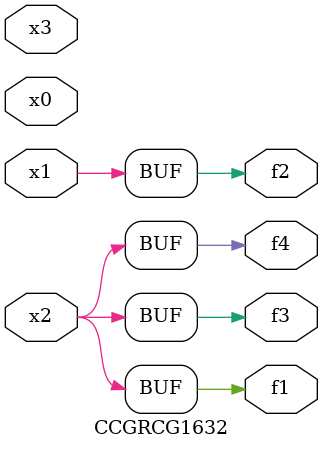
<source format=v>
module CCGRCG1632(
	input x0, x1, x2, x3,
	output f1, f2, f3, f4
);
	assign f1 = x2;
	assign f2 = x1;
	assign f3 = x2;
	assign f4 = x2;
endmodule

</source>
